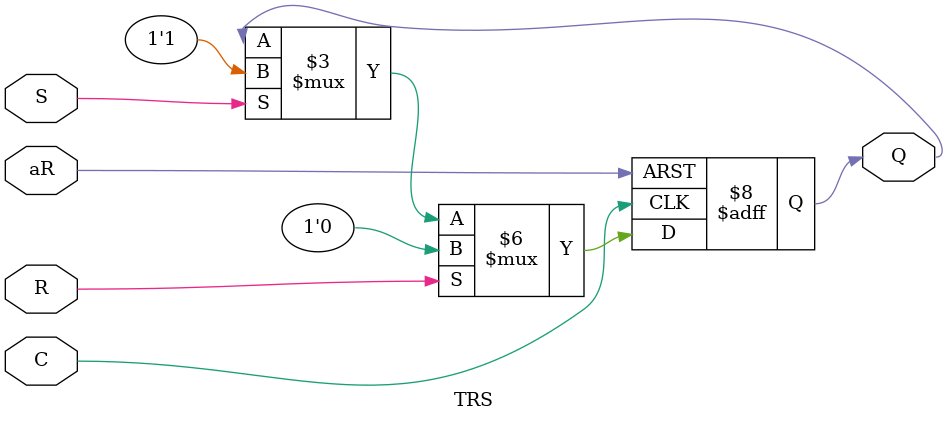
<source format=v>

module LCD(		`ifdef MODEL_TECH
				(*chip_pin = "00"*)input EN,
				(*chip_pin = "00" *)input RS,
				(*chip_pin = "00"*)input RW,
				(*chip_pin = "00, 00, 00, 00, 00, 00, 00, 00"*)input [7:0]DB,
				`endif
			(*chip_pin = "58"*)output nFutabaCLKQ,
			(*chip_pin = "54"*)output nFutabaSIQ,
			(*chip_pin = "52"*)output nFutabaLATQ,
			(*chip_pin = "50"*)output nFutabaBKQ,
					(*chip_pin = "23"*)input C);

	///äåëèòåëü ÷àñòîòû-----------------
	//C == 50ÌÃö
	//CQ = C / 128 = 390,625ÊÃö
	//wire aR = 0;
	reg [6:0]CTCQ;
	always @(posedge C)
		if(CTCQ == 7'd127) CTCQ <= 0;
			else CTCQ <= CTCQ + 1'd1;
	wire CQ = CTCQ[6];
	//\äåëèòåëü ÷àñòîòû-----------------
	`ifndef MODEL_TECH
	//`ifdef diag
	wire [7:0]DB;
	wire RW;
	wire RS;
	wire EN;
	wire [10:0]InSSaPQ;
	InSSaP InSSaP(.source(InSSaPQ), .probe(1'd0));
	assign DB = InSSaPQ[7:0];
	assign RW = InSSaPQ[8];
	assign RS = InSSaPQ[9];
	assign EN = InSSaPQ[10];
	`endif
	//ôëàãè
	reg TIDQ = 1'd1;//1-èíê., 0-äåê.;
	reg TSHQ;		//1-äà, 0-íåò;
	reg TDQ = 1'd1;	//1-âêë., 0-âûêë.;
	reg TCQ = 1'd1;	//0-îòêë.	1-ïîä÷¸ðêèâàíèå		0-ìèãàíèå	1-ìèãàþùåå ïîä÷¸ðêèâàíèå
	reg TBQ = 1'd1;	//0			0					1			1;
	reg TSCQ;		//1-äèñï., 0-êóðñîð (êîìàíäà);
	reg TRLQ;		//1-âïðàâî, 0-âëåâî;
	reg TDLQ = 1'd1;//1-8ð., 0-4ð.;
	reg TNQ = 1'd1;	//1-2ñòðîêè, 0-1ñòðîêè;
	reg [1:0]TSLQ;	//[0]:	0-àäðåñ, èíô.	1-äîï. ñåãìåíòû	0-ÿðêîñòü	1-àäðåñ, èíô.
					//[1]:	0				0				1			1

	reg TNWQ = 0;	//íîìåð çàïèñè ïðè 4-ð øèíå
	wire TSyncNWQ;
	wire [1:0]REGSyncNWQ;
	wire TINV_NWQ;
	wire [1:0]REGRDWRQ;
	REG TSyncNW(.Q(TSyncNWQ), .L(1'd1), .D(1'd1), .C(EN), .aR(L_IQ));
	REG #(2) REGSyncNW(.Q(REGSyncNWQ), .L(1'd1), .D({REGSyncNWQ[0], TSyncNWQ}), .C(CQ), .aR(TINV_NWQ));
	TRS TINV_NW(.Q(TINV_NWQ), .R(TINV_NWQ), .S(REGSyncNWQ[1]), .C(CQ), .aR(1'd0));
	REG #(2) REGRDWR(.Q(REGRDWRQ), .L(1'd1), .D({REGRDWRQ[0], RW}), .C(EN), .aR(1'd0));
	
	wire [7:0]REGIRQ;
	wire TSyncIQ;
	wire [1:0]REGSyncIQ;
	wire L_IQ;
	REG #(8) REGIR(.Q(REGIRQ), .L(1'd1), .D(TDLQ? DB : (TNWQ? {REGIRQ[7:4], DB[3:0]} : {DB[7:4], REGIRQ[3:0]})),
																						.C(!(EN & !RS & !RW)), .aR(1'd0));
	REG TSyncI(.Q(TSyncIQ), .L(1'd1), .D(1'd1), .C(!(EN & !RS & !RW) & (TDLQ | (!TDLQ & TNWQ))), .aR(L_IQ));
	REG #(2) REGSyncI(.Q(REGSyncIQ), .L(1'd1), .D({REGSyncIQ[0], TSyncIQ}), .C(CQ), .aR(L_IQ));
	TRS TL_I(.Q(L_IQ), .R(L_IQ), .S(REGSyncIQ[1]), .C(CQ), .aR(1'd0));
	
	//êîìàíäà "Write Data to RAM"
	wire [7:0]REGDRQ;
	wire TSyncDQ;
	wire [1:0]REGSyncDQ;
	wire L_DQ;
	REG #(8) REGDR(.Q(REGDRQ), .L(1'd1), .D(TDLQ? DB : (TNWQ? {REGIRQ[7:4], DB[3:0]} : {DB[7:4], REGIRQ[3:0]})),
																						.C(!(EN & RS & !RW)), .aR(1'd0));
	REG TSyncD(.Q(TSyncDQ), .L(1'd1), .D(1'd1), .C(!(EN & RS & !RW) & (TDLQ | (!TDLQ & TNWQ))), .aR(L_DQ));
	REG #(2) REGSyncD(.Q(REGSyncDQ), .L(1'd1), .D({REGSyncDQ[0], TSyncDQ}), .C(CQ), .aR(L_DQ));
	TRS TL_D(.Q(L_DQ), .R(L_DQ), .S(REGSyncDQ[1]), .C(CQ), .aR(1'd0));
	wire L_DY = L_DQ & (!TSLQ | &TSLQ);
	wire WR_CGRAMY = L_DY;
	wire WR1_DDRAMY = L_DY;
	wire INC2_CTRAMY = L_DY;
	wire INC1_CTBaseDispY = L_DY;
	wire WR2_DDRAMY = L_DQ & TSLQ==2'd1;
	wire WR_REGBKQ = L_DQ & TSLQ==2'd2;
	
	reg R0_CTRAMY;
	reg R1_CTRAMY;
	reg L_CTCGRAMY;
	reg L_CTRAMY;
	reg INC1_CTRAMY;
	reg DEC1_CTRAMY;
	reg INC0_CTBaseDispY;
	reg DEC0_CTBaseDispY;
	always @*
	begin
		R0_CTRAMY = 0;
		R1_CTRAMY = 0;
		L_CTCGRAMY = 0;
		L_CTRAMY = 0;
		INC1_CTRAMY = 0;
		DEC1_CTRAMY = 0;
		INC0_CTBaseDispY = 0;
		DEC0_CTBaseDispY = 0;
		if(L_IQ)
			casex(REGIRQ)
				8'b00000001: R0_CTRAMY		= 1'd1;					//êîìàíäà "Clear Display"
				8'b0000001x: R1_CTRAMY		= 1'd1;					//êîìàíäà "Return Home"
				8'b0001xxxx:										//êîìàíäà "Cursor or Display Shift"
				begin	
							INC1_CTRAMY		= !TSCQ &  TRLQ;	//êóðñîð âïðàâî
							DEC1_CTRAMY		= !TSCQ & !TRLQ;	//êóðñîð âëåâî
							INC0_CTBaseDispY=  TSCQ &  TRLQ;	//äèñïëåé âïðàâî
							DEC0_CTBaseDispY=  TSCQ & !TRLQ;	//äèñïëåé âëåâî
				end
				8'b01xxxxxx: L_CTCGRAMY = 1'd1;						//êîìàíäà "Set CGRAM Address"
				8'b1xxxxxxx: L_CTRAMY  = 1'd1;						//êîìàíäà "Set DDRAM Address"
				default: ;
			endcase
	end
	
	reg TADDRAMQ = 0;
	reg [5:0]CTRAMQ;
	wire [6:0]ACQ = {TADDRAMQ, CTRAMQ};
	reg [5:0]CTCGRAMQ;
	
	reg INC0_CTRAMQ;
	reg WR0_DDRAMQ;
	wire INC_CTRAMY = INC0_CTRAMQ | INC1_CTRAMY	| ( TIDQ & (INC2_CTRAMY & !TSelRAMQ));
	wire DEC_CTRAMY = DEC1_CTRAMY				| (!TIDQ & (INC2_CTRAMY & !TSelRAMQ));
	reg TInvCharQ;
	reg TSelRAMQ = 0;
	reg [17:0]CTSpeedCursorQ;
	wire INC_CTBaseDispY = INC0_CTBaseDispY | (TSHQ &  TIDQ & INC1_CTBaseDispY);
	wire DEC_CTBaseDispY = DEC0_CTBaseDispY | (TSHQ & !TIDQ & INC1_CTBaseDispY);
	reg [5:0]CTBaseDispQ;
	reg [4:0]CTIncQ;
	reg [6:0]REGBKQ = 7'd15;
	wire FutabaDemandY;
	always @(posedge CQ)
	begin
		//Ò íîìåðà îáðàùåíèÿ ïðè 4-ð øèíå
		if(TDLQ & TINV_NWQ) TNWQ <= REGRDWRQ[1]^REGRDWRQ[0]? 1'd0 : !TNWQ;
		
		if(L_IQ)
			casex(REGIRQ)
				8'b000001xx: begin TIDQ <= REGIRQ[1];  TSHQ		 <= REGIRQ[0];						end //"Entry Mode Set"
				8'b00001xxx: begin TDQ  <= REGIRQ[2]; {TCQ, TBQ} <= REGIRQ[1:0];					end //"Display ON/OFF Control"
				8'b0001xxxx: begin TSCQ <= REGIRQ[3];  TRLQ 	 <= REGIRQ[1];						end //"Cursor or Display Shift"
				8'b001xxxxx: begin /*TDLQ <= REGIRQ[4];*/  TNQ 		 <= REGIRQ[3]; TSLQ <= REGIRQ[1:0]; end //"Function Set"
				default:	;
			endcase
		//êîìàíäà "Clear Display"
		if			(ACQ == 7'd103	) INC0_CTRAMQ = 0;
			else if	(R0_CTRAMY		) INC0_CTRAMQ = 1'd1;
		WR0_DDRAMQ = INC0_CTRAMQ;
		
		
		//Ñ× RAM
		if(R0_CTRAMY | R1_CTRAMY | (INC_CTRAMY & CTRAMQ==6'd39)) CTRAMQ <= 0;
			else if(L_CTRAMY) CTRAMQ <= REGIRQ[5:0];
				else if(INC_CTRAMY) CTRAMQ <= CTRAMQ + 1'd1;
					else if(DEC_CTRAMY & !CTRAMQ) CTRAMQ <= 6'd39;
						else if(DEC_CTRAMY) CTRAMQ <= CTRAMQ - 1'd1;
		if							(R0_CTRAMY)						   		  TADDRAMQ <= 0;
			else if					(L_CTRAMY)						   		  TADDRAMQ <= REGIRQ[6];
				else if				(INC_CTRAMY & !TADDRAMQ & CTRAMQ==6'd39 ) TADDRAMQ <= 1'd1;
					else if			(INC_CTRAMY &  TADDRAMQ & CTRAMQ==6'd39 ) TADDRAMQ <= 1'd0;
						else if		(DEC_CTRAMY & !TADDRAMQ & !CTRAMQ		) TADDRAMQ <= 1'd1;
							else if	(DEC_CTRAMY &  TADDRAMQ & !CTRAMQ		) TADDRAMQ <= 1'd0;

		//Ñ× CGRAM
		if(L_CTCGRAMY) CTCGRAMQ <= REGIRQ[5:0];
			else if(INC2_CTRAMY & TSelRAMQ) CTCGRAMQ <= CTCGRAMQ + 1'd1;
		
		//Ò âûáîðà ÎÇÓ (CGRAM/DDRAM)
		if(L_CTRAMY) TSelRAMQ <= 0;
			else if(L_CTCGRAMY) TSelRAMQ <= 1'd1;

		//Ñ× ñêîðîñòè ìèãàíèÿ êóðñîðà
		if(CTSpeedCursorQ == 18'd195312) CTSpeedCursorQ <= 0;
			else CTSpeedCursorQ <= CTSpeedCursorQ + 1'd1;
		//Ò èíâåðòèðîâàíèÿ ñèìâîëà ïîä êóðñîðîì
		if(CTSpeedCursorQ == 18'd195312) TInvCharQ <= !TInvCharQ;

		//Ñ× áàçîâîé ïîçèöèè äèñïëåÿ
		//êîëè÷åñòâî çíàêîìåñò â äèñïëåå - 20, äëèííà ñòðîêè - 40
		if(R0_CTRAMY | R1_CTRAMY | (INC_CTBaseDispY & CTBaseDispQ==6'd39)) CTBaseDispQ <= 0;
			else if(INC_CTBaseDispY) CTBaseDispQ <= CTBaseDispQ + 1'd1;
				else if(DEC_CTBaseDispY & !CTBaseDispQ) CTBaseDispQ <= 6'd39;
					else if(DEC_CTBaseDispY) CTBaseDispQ <= CTBaseDispQ - 1'd1;
		
		//Ñ× âûäà÷è î÷åðåäíîãî ñèìâîëà íà ýêðàí
		if(FutabaDemandY & (CTIncQ == 5'd19)) CTIncQ <= 0;
			else if(FutabaDemandY) CTIncQ <= CTIncQ + 1'd1;

		//ÐÅÃ ÿðêîñòè
		if(WR_REGBKQ) REGBKQ <= REGDRQ<7'd5 ? 7'd5 : (REGDRQ>7'd95 ? 7'd95 : REGDRQ[6:0]);
	end
	
	//Ôëàã çàíÿòîñòè
	wire TBFQ;
	REG TBF(.Q(TBFQ), .L(1'd1), .D(	REGSyncIQ || L_IQ ||
									REGSyncDQ || L_DQ ||
									INC0_CTRAMQ), .C(CQ), .aR(1'd0));
	
	/*assign [7:0]DBY = RS?	TSelRAMQ? CGRAMQ :(ACQ[6]? DDRAMDwQa : DDRAMUpQa)
						:
						{TBFQ, ACQ};
	assign DB = EN & RW?
						TDLQ? DBY : ({TNWQ? DBY[3:0] : DBY[7:4], 4'dz})
						:
						8'dz;
*/
	//DDROM
	wire [63:0]DDROMQ;
	//			 q[63:0]	 address[7:0]
	DDROM DDROM(.q(DDROMQ), .address(REGDRQ), .clock(CQ));
	
	//CGRAM
	wire [63:0]CGRAMQ;
	//			 q[63:0]	 wraddress[5:0]			data[7:0]						 			rdaddress[2:0]
	CGRAM CGRAM(.q(CGRAMQ), .wraddress(CTCGRAMQ), .data(REGDRQ), .wren(TSelRAMQ & WR_CGRAMY), .rdaddress(REGDRQ[2:0]),
																													.clock(CQ));
	wire [63:0]CGQ = {	CGRAMQ[07:00], CGRAMQ[15:08], CGRAMQ[23:16], CGRAMQ[31:24],
						CGRAMQ[39:32], CGRAMQ[47:40], CGRAMQ[55:48], CGRAMQ[63:56]};
																													
																													
	wire [63:0]DDRAMUpQa, DDRAMDwQa;
	wire [63:0]DataY = WR0_DDRAMQ?	
							64'd0
							:
							WR2_DDRAMY? {ACQ[6]? DDRAMDwQa[63:3] : DDRAMUpQa[63:3], REGDRQ[2:0]}
										:
										{(|REGDRQ[7:3]? DDROMQ[63:3] : CGQ[63:3]), ACQ[6]? DDRAMDwQa[2:0] : DDRAMUpQa[2:0]}
							;
	wire WR_DDRAMUpY = !TSelRAMQ & (WR0_DDRAMQ | WR1_DDRAMY | WR2_DDRAMY) & !ACQ[6];
	wire WR_DDRAMDwY = !TSelRAMQ & (WR0_DDRAMQ | WR1_DDRAMY | WR2_DDRAMY) &  ACQ[6];
	
	wire [5:0]PosDispY = CTBaseDispQ + CTIncQ;
	wire [5:0]DDRAMAdrY = (PosDispY > 6'd39)? PosDispY - 6'd40 : PosDispY;
	
	//ÎÇÓ ýêðàíà	
	wire [63:0]DDRAMUpQb, DDRAMDwQb;
	//				 q[63:0],			address[5:0],			data[63:0]
	DDRAM DDRAMUp(	.q_a(DDRAMUpQa),	.address_a(ACQ[5:0]	), .data_a(DataY),	.wren_a(WR_DDRAMUpY),	.clock_a(CQ),
					.q_b(DDRAMUpQb),	.address_b(DDRAMAdrY), .data_b(64'dx),	.wren_b(1'd0),			.clock_b(CQ));
	DDRAM DDRAMDw(	.q_a(DDRAMDwQa),	.address_a(ACQ[5:0]	), .data_a(DataY),	.wren_a(WR_DDRAMDwY),	.clock_a(CQ),
					.q_b(DDRAMDwQb),	.address_b(DDRAMAdrY), .data_b(64'dx),	.wren_b(1'd0),			.clock_b(CQ));

	//êóðñîð
	reg InvCharUpY;
	reg InvCharDwY;
	reg [4:0]UnderlineUpY;
	reg [4:0]UnderlineDwY;
	always @*
		case({TCQ, TBQ})
			2'b00:	//îòêë
			begin
				InvCharUpY = 0;
				InvCharDwY = 0;
				UnderlineUpY = DDRAMUpQb[12:08];
				UnderlineDwY = DDRAMDwQb[12:08];
			end
			2'b01:	//ìèãàíèå
			begin
				InvCharUpY = TInvCharQ & ACQ=={1'd0, DDRAMAdrY};
				InvCharDwY = TInvCharQ & ACQ=={1'd1, DDRAMAdrY};
				UnderlineUpY = DDRAMUpQb[12:08];
				UnderlineDwY = DDRAMDwQb[12:08];
			end
			2'b10:	//ïîä÷¸ðêèâàíèå
			begin
				InvCharUpY = 0;
				InvCharDwY = 0;
				UnderlineUpY = ACQ=={1'd0, DDRAMAdrY}? 5'b11111 : DDRAMUpQb[12:08];
				UnderlineDwY = ACQ=={1'd1, DDRAMAdrY}? 5'b11111 : DDRAMDwQb[12:08];
			end
			2'b11:	//ìèãàþùåå ïîä÷¸ðêèâàíèå
			begin
				InvCharUpY = 0;
				InvCharDwY = 0;
				UnderlineUpY = TInvCharQ & ACQ=={1'd0, DDRAMAdrY}? ~DDRAMUpQb[12:08] : DDRAMUpQb[12:08];
				UnderlineDwY = TInvCharQ & ACQ=={1'd1, DDRAMAdrY}? ~DDRAMDwQb[12:08] : DDRAMDwQb[12:08];
			end
		endcase

	wire [37:0]DDRAMUpY = {InvCharUpY?
							  ~{DDRAMUpQb[60:56],	//âåðõíÿÿ ñòðî÷êà {ëåâûé ïèêñèëü : ïðàâûé ïèêñèëü}
								DDRAMUpQb[52:48],
								DDRAMUpQb[44:40],
								DDRAMUpQb[36:32],
								DDRAMUpQb[28:24],
								DDRAMUpQb[20:16],
								UnderlineUpY}
							:
							   {DDRAMUpQb[60:56],	//âåðõíÿÿ ñòðî÷êà {ëåâûé ïèêñèëü : ïðàâûé ïèêñèëü}
								DDRAMUpQb[52:48],
								DDRAMUpQb[44:40],
								DDRAMUpQb[36:32],
								DDRAMUpQb[28:24],
								DDRAMUpQb[20:16],
								UnderlineUpY},
							DDRAMUpQb[02:00]};		//òî÷êà, çàïÿòàÿ, íèæíèé ñåãìåíò
	wire [37:0]DDRAMDwY = {InvCharDwY?
							  ~{DDRAMDwQb[60:56],	//âåðõíÿÿ ñòðî÷êà {ëåâûé ïèêñèëü : ïðàâûé ïèêñèëü}
								DDRAMDwQb[52:48],
								DDRAMDwQb[44:40],
								DDRAMDwQb[36:32],
								DDRAMDwQb[28:24],
								DDRAMDwQb[20:16],
								UnderlineDwY}
							:
							   {DDRAMDwQb[60:56],	//âåðõíÿÿ ñòðî÷êà {ëåâûé ïèêñèëü : ïðàâûé ïèêñèëü}
								DDRAMDwQb[52:48],
								DDRAMDwQb[44:40],
								DDRAMDwQb[36:32],
								DDRAMDwQb[28:24],
								DDRAMDwQb[20:16],
								UnderlineDwY},
							DDRAMDwQb[02:00]};		//òî÷êà, çàïÿòàÿ, íèæíèé ñåãìåíò

	//						 	âêëþ÷èòü äèñïëåé
	//						 	|				äâóõñòðî÷íûé ðåæèì
	//						 	|				|
	wire [80:0]PixY = {CTIncQ, TDQ? {DDRAMUpY, TNQ? DDRAMDwY : 38'd0} : 76'd0};

	wire FutabaCLKQ, FutabaSIQ, FutabaLATQ, FutabaBKQ;
	Futaba Futaba(	.TCLKQ(FutabaCLKQ),
					.SIQ(FutabaSIQ),
					.TLATQ(FutabaLATQ),
					.TBKQ(FutabaBKQ),
					.DemandY(FutabaDemandY),
						.Data(PixY),
						.BK(REGBKQ),
							.C(CQ));
	assign nFutabaCLKQ	= !FutabaCLKQ;
	assign nFutabaSIQ	= !FutabaSIQ;
	assign nFutabaLATQ	= !FutabaLATQ;
	assign nFutabaBKQ	= !FutabaBKQ;
endmodule

module REG #(parameter N = 1) (output reg [N-1:0]Q = 0, input L, input [N-1:0]D, input C, aR);
	always @(posedge C or posedge aR)
									if(aR) Q <= 0;
										else
		if(L) Q <= D;
endmodule

module TRS(output reg Q = 0, input R, S, input C, aR);
	always @(posedge C or posedge aR)
									if(aR) Q <= 0;
										else
		if(R) Q <= 0;
			else if(S) Q <= 1'd1;
endmodule
</source>
